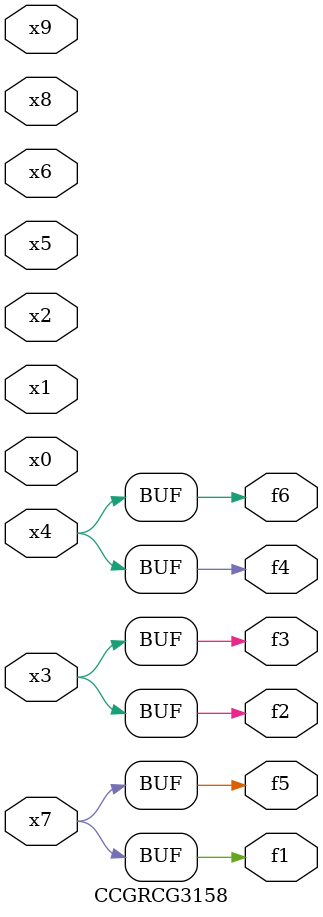
<source format=v>
module CCGRCG3158(
	input x0, x1, x2, x3, x4, x5, x6, x7, x8, x9,
	output f1, f2, f3, f4, f5, f6
);
	assign f1 = x7;
	assign f2 = x3;
	assign f3 = x3;
	assign f4 = x4;
	assign f5 = x7;
	assign f6 = x4;
endmodule

</source>
